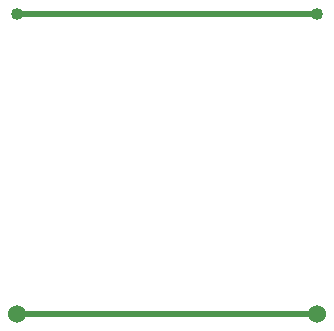
<source format=gbr>
G04 Gerber file for a simple PCB layout*
%FSLAX24Y24*%
%MOIN*%
%ADD10C,0.060000*%
%ADD11C,0.040000*%
%ADD12C,0.020000*%
%LPD*%
D10*
X005000Y005000D03*
X015000Y005000D03*
D11*
X005000Y015000D03*
X015000Y015000D03*
D12*
X005000Y005000D02*
X015000Y005000D01*
X015000Y015000D02*
X005000Y015000D01*
M02*

</source>
